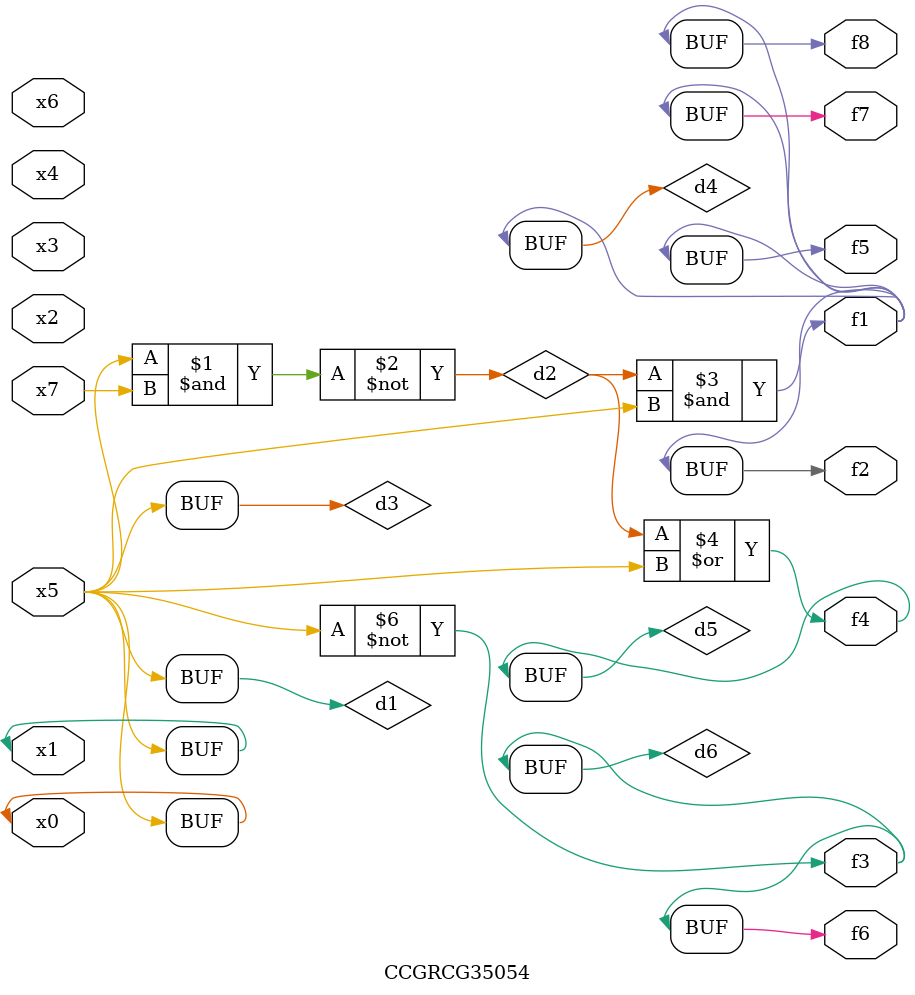
<source format=v>
module CCGRCG35054(
	input x0, x1, x2, x3, x4, x5, x6, x7,
	output f1, f2, f3, f4, f5, f6, f7, f8
);

	wire d1, d2, d3, d4, d5, d6;

	buf (d1, x0, x5);
	nand (d2, x5, x7);
	buf (d3, x0, x1);
	and (d4, d2, d3);
	or (d5, d2, d3);
	nor (d6, d1, d3);
	assign f1 = d4;
	assign f2 = d4;
	assign f3 = d6;
	assign f4 = d5;
	assign f5 = d4;
	assign f6 = d6;
	assign f7 = d4;
	assign f8 = d4;
endmodule

</source>
